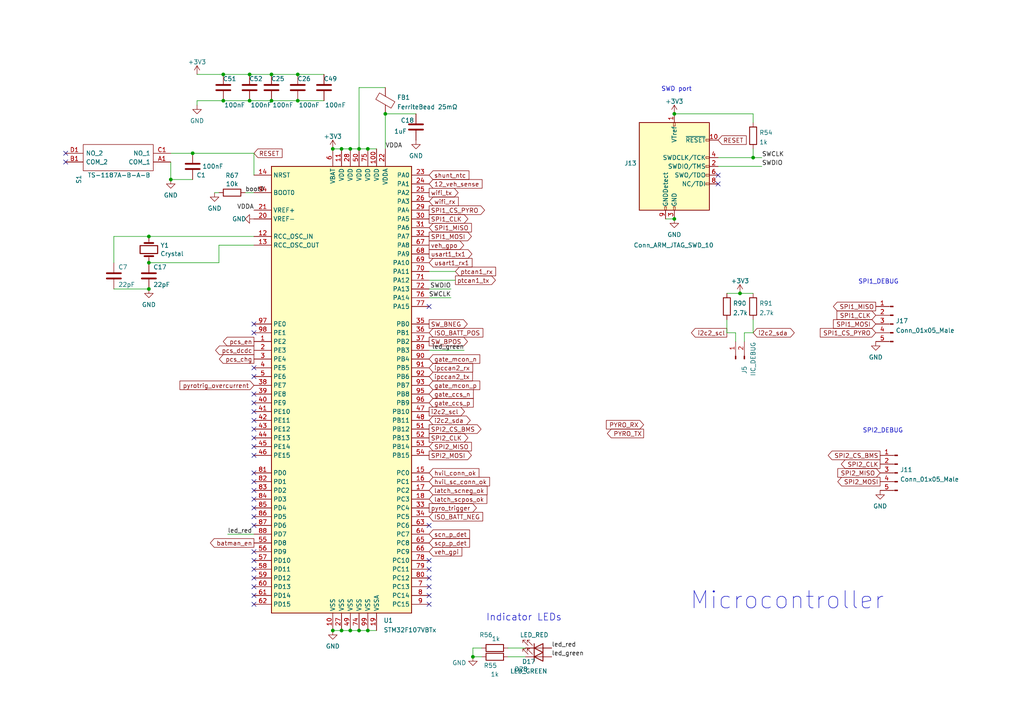
<source format=kicad_sch>
(kicad_sch (version 20230121) (generator eeschema)
  (paper "A4")
  (title_block (title "Tesla Model 3 Battery Controller") (date "2022-03-23") (rev "v0.3") (company "Wim Boone"))
  (lib_symbols
    (symbol "Connector:Conn_01x02_Male" (pin_names (offset 1.016) hide)
      (property "Reference" "J" (at 0 2.54 0))
      (property "Value" "Conn_01x02_Male" (at 0 -5.08 0))
      (symbol "Conn_01x02_Male_1_1"
        (polyline (pts (xy 1.27 -2.54) (xy 0.8636 -2.54)) (stroke (width 0.1524)))
        (polyline (pts (xy 1.27 0) (xy 0.8636 0)) (stroke (width 0.1524)))
        (rectangle (start 0.8636 -2.413) (end 0 -2.667) (stroke (width 0.1524)) (fill (type outline)))
        (rectangle (start 0.8636 0.127) (end 0 -0.127) (stroke (width 0.1524)) (fill (type outline)))
        (pin passive line (at 5.08 0 180) (length 3.81) (name "Pin_1") (number "1"))
        (pin passive line (at 5.08 -2.54 180) (length 3.81) (name "Pin_2") (number "2"))
      )
    )
    (symbol "Connector:Conn_01x05_Male" (pin_names (offset 1.016) hide)
      (property "Reference" "J" (at 0 7.62 0))
      (property "Value" "Conn_01x05_Male" (at 0 -7.62 0))
      (symbol "Conn_01x05_Male_1_1"
        (polyline (pts (xy 1.27 -5.08) (xy 0.8636 -5.08)) (stroke (width 0.1524)))
        (polyline (pts (xy 1.27 -2.54) (xy 0.8636 -2.54)) (stroke (width 0.1524)))
        (polyline (pts (xy 1.27 0) (xy 0.8636 0)) (stroke (width 0.1524)))
        (polyline (pts (xy 1.27 2.54) (xy 0.8636 2.54)) (stroke (width 0.1524)))
        (polyline (pts (xy 1.27 5.08) (xy 0.8636 5.08)) (stroke (width 0.1524)))
        (rectangle (start 0.8636 -4.953) (end 0 -5.207) (stroke (width 0.1524)) (fill (type outline)))
        (rectangle (start 0.8636 -2.413) (end 0 -2.667) (stroke (width 0.1524)) (fill (type outline)))
        (rectangle (start 0.8636 0.127) (end 0 -0.127) (stroke (width 0.1524)) (fill (type outline)))
        (rectangle (start 0.8636 2.667) (end 0 2.413) (stroke (width 0.1524)) (fill (type outline)))
        (rectangle (start 0.8636 5.207) (end 0 4.953) (stroke (width 0.1524)) (fill (type outline)))
        (pin passive line (at 5.08 5.08 180) (length 3.81) (name "Pin_1") (number "1"))
        (pin passive line (at 5.08 2.54 180) (length 3.81) (name "Pin_2") (number "2"))
        (pin passive line (at 5.08 0 180) (length 3.81) (name "Pin_3") (number "3"))
        (pin passive line (at 5.08 -2.54 180) (length 3.81) (name "Pin_4") (number "4"))
        (pin passive line (at 5.08 -5.08 180) (length 3.81) (name "Pin_5") (number "5"))
      )
    )
    (symbol "Connector:Conn_ARM_JTAG_SWD_10" (pin_names (offset 1.016))
      (property "Reference" "J" (at -2.54 16.51 0))
      (property "Value" "Conn_ARM_JTAG_SWD_10" (at -2.54 13.97 0))
      (symbol "Conn_ARM_JTAG_SWD_10_0_1"
        (rectangle (start -10.16 12.7) (end 10.16 -12.7) (stroke (width 0.254)) (fill (type background)))
        (rectangle (start -2.794 -12.7) (end -2.286 -11.684))
        (rectangle (start -0.254 -12.7) (end 0.254 -11.684))
        (rectangle (start -0.254 12.7) (end 0.254 11.684))
        (rectangle (start 9.144 2.286) (end 10.16 2.794))
        (rectangle (start 10.16 -2.794) (end 9.144 -2.286))
        (rectangle (start 10.16 -0.254) (end 9.144 0.254))
        (rectangle (start 10.16 7.874) (end 9.144 7.366))
      )
      (symbol "Conn_ARM_JTAG_SWD_10_1_1"
        (rectangle (start 9.144 -5.334) (end 10.16 -4.826))
        (pin power_in line (at 0 15.24 270) (length 2.54) (name "VTref") (number "1"))
        (pin open_collector line (at 12.7 7.62 180) (length 2.54) (name "~{RESET}") (number "10"))
        (pin bidirectional line (at 12.7 0 180) (length 2.54) (name "SWDIO/TMS") (number "2"))
        (pin power_in line (at 0 -15.24 90) (length 2.54) (name "GND") (number "3"))
        (pin output line (at 12.7 2.54 180) (length 2.54) (name "SWDCLK/TCK") (number "4"))
        (pin passive line (at 0 -15.24 90) (length 2.54) hide (name "GND") (number "5"))
        (pin input line (at 12.7 -2.54 180) (length 2.54) (name "SWO/TDO") (number "6"))
        (pin no_connect line (at -10.16 0 0) (length 2.54) hide (name "KEY") (number "7"))
        (pin output line (at 12.7 -5.08 180) (length 2.54) (name "NC/TDI") (number "8"))
        (pin passive line (at -2.54 -15.24 90) (length 2.54) (name "GNDDetect") (number "9"))
      )
    )
    (symbol "Device:C" (pin_numbers hide) (pin_names (offset 0.254))
      (property "Reference" "C" (at 0.635 2.54 0))
      (property "Value" "C" (at 0.635 -2.54 0))
      (symbol "C_0_1"
        (polyline (pts (xy -2.032 -0.762) (xy 2.032 -0.762)) (stroke (width 0.508)))
        (polyline (pts (xy -2.032 0.762) (xy 2.032 0.762)) (stroke (width 0.508)))
      )
      (symbol "C_1_1"
        (pin passive line (at 0 3.81 270) (length 2.794) (name "~") (number "1"))
        (pin passive line (at 0 -3.81 90) (length 2.794) (name "~") (number "2"))
      )
    )
    (symbol "Device:Crystal" (pin_numbers hide) (pin_names (offset 1.016) hide)
      (property "Reference" "Y" (at 0 3.81 0))
      (property "Value" "Crystal" (at 0 -3.81 0))
      (symbol "Crystal_0_1"
        (rectangle (start -1.143 2.54) (end 1.143 -2.54) (stroke (width 0.3048)))
        (polyline (pts (xy -2.54 0) (xy -1.905 0)))
        (polyline (pts (xy -1.905 -1.27) (xy -1.905 1.27)) (stroke (width 0.508)))
        (polyline (pts (xy 1.905 -1.27) (xy 1.905 1.27)) (stroke (width 0.508)))
        (polyline (pts (xy 2.54 0) (xy 1.905 0)))
      )
      (symbol "Crystal_1_1"
        (pin passive line (at -3.81 0 0) (length 1.27) (name "1") (number "1"))
        (pin passive line (at 3.81 0 180) (length 1.27) (name "2") (number "2"))
      )
    )
    (symbol "Device:FerriteBead" (pin_numbers hide) (pin_names (offset 0))
      (property "Reference" "FB" (at -3.81 0.635 90))
      (property "Value" "FerriteBead" (at 3.81 0 90))
      (symbol "FerriteBead_0_1"
        (polyline (pts (xy 0 -1.27) (xy 0 -1.2192)))
        (polyline (pts (xy 0 1.27) (xy 0 1.2954)))
        (polyline (pts (xy -2.7686 0.4064) (xy -1.7018 2.2606) (xy 2.7686 -0.3048) (xy 1.6764 -2.159) (xy -2.7686 0.4064)))
      )
      (symbol "FerriteBead_1_1"
        (pin passive line (at 0 3.81 270) (length 2.54) (name "~") (number "1"))
        (pin passive line (at 0 -3.81 90) (length 2.54) (name "~") (number "2"))
      )
    )
    (symbol "Device:LED" (pin_numbers hide) (pin_names (offset 1.016) hide)
      (property "Reference" "D" (at 0 2.54 0))
      (property "Value" "LED" (at 0 -2.54 0))
      (symbol "LED_0_1"
        (polyline (pts (xy -1.27 -1.27) (xy -1.27 1.27)) (stroke (width 0.254)))
        (polyline (pts (xy -1.27 0) (xy 1.27 0)))
        (polyline (pts (xy 1.27 -1.27) (xy 1.27 1.27) (xy -1.27 0) (xy 1.27 -1.27)) (stroke (width 0.254)))
        (polyline (pts (xy -3.048 -0.762) (xy -4.572 -2.286) (xy -3.81 -2.286) (xy -4.572 -2.286) (xy -4.572 -1.524)))
        (polyline (pts (xy -1.778 -0.762) (xy -3.302 -2.286) (xy -2.54 -2.286) (xy -3.302 -2.286) (xy -3.302 -1.524)))
      )
      (symbol "LED_1_1"
        (pin passive line (at -3.81 0 0) (length 2.54) (name "K") (number "1"))
        (pin passive line (at 3.81 0 180) (length 2.54) (name "A") (number "2"))
      )
    )
    (symbol "Device:R" (pin_numbers hide) (pin_names (offset 0))
      (property "Reference" "R" (at 2.032 0 90))
      (property "Value" "R" (at 0 0 90))
      (symbol "R_0_1"
        (rectangle (start -1.016 -2.54) (end 1.016 2.54) (stroke (width 0.254)))
      )
      (symbol "R_1_1"
        (pin passive line (at 0 3.81 270) (length 1.27) (name "~") (number "1"))
        (pin passive line (at 0 -3.81 90) (length 1.27) (name "~") (number "2"))
      )
    )
    (symbol "MCU_ST_STM32F1:STM32F107VBTx"
      (property "Reference" "U" (at -20.32 64.77 0))
      (property "Value" "STM32F107VBTx" (at 15.24 64.77 0))
      (symbol "STM32F107VBTx_0_1"
        (rectangle (start -20.32 -66.04) (end 20.32 63.5) (stroke (width 0.254)) (fill (type background)))
      )
      (symbol "STM32F107VBTx_1_1"
        (pin bidirectional line (at -25.4 12.7 0) (length 5.08) (name "PE2") (number "1"))
        (pin power_in line (at -2.54 -71.12 90) (length 5.08) (name "VSS") (number "10"))
        (pin power_in line (at 10.16 68.58 270) (length 5.08) (name "VDD") (number "100"))
        (pin power_in line (at 0 68.58 270) (length 5.08) (name "VDD") (number "11"))
        (pin input line (at -25.4 43.18 0) (length 5.08) (name "RCC_OSC_IN") (number "12"))
        (pin input line (at -25.4 40.64 0) (length 5.08) (name "RCC_OSC_OUT") (number "13"))
        (pin input line (at -25.4 60.96 0) (length 5.08) (name "NRST") (number "14"))
        (pin bidirectional line (at 25.4 -25.4 180) (length 5.08) (name "PC0") (number "15"))
        (pin bidirectional line (at 25.4 -27.94 180) (length 5.08) (name "PC1") (number "16"))
        (pin bidirectional line (at 25.4 -30.48 180) (length 5.08) (name "PC2") (number "17"))
        (pin bidirectional line (at 25.4 -33.02 180) (length 5.08) (name "PC3") (number "18"))
        (pin power_in line (at 10.16 -71.12 90) (length 5.08) (name "VSSA") (number "19"))
        (pin bidirectional line (at -25.4 10.16 0) (length 5.08) (name "PE3") (number "2"))
        (pin power_in line (at -25.4 48.26 0) (length 5.08) (name "VREF-") (number "20"))
        (pin power_in line (at -25.4 50.8 0) (length 5.08) (name "VREF+") (number "21"))
        (pin power_in line (at 12.7 68.58 270) (length 5.08) (name "VDDA") (number "22"))
        (pin bidirectional line (at 25.4 60.96 180) (length 5.08) (name "PA0") (number "23"))
        (pin bidirectional line (at 25.4 58.42 180) (length 5.08) (name "PA1") (number "24"))
        (pin bidirectional line (at 25.4 55.88 180) (length 5.08) (name "PA2") (number "25"))
        (pin bidirectional line (at 25.4 53.34 180) (length 5.08) (name "PA3") (number "26"))
        (pin power_in line (at 0 -71.12 90) (length 5.08) (name "VSS") (number "27"))
        (pin power_in line (at 2.54 68.58 270) (length 5.08) (name "VDD") (number "28"))
        (pin bidirectional line (at 25.4 50.8 180) (length 5.08) (name "PA4") (number "29"))
        (pin bidirectional line (at -25.4 7.62 0) (length 5.08) (name "PE4") (number "3"))
        (pin bidirectional line (at 25.4 48.26 180) (length 5.08) (name "PA5") (number "30"))
        (pin bidirectional line (at 25.4 45.72 180) (length 5.08) (name "PA6") (number "31"))
        (pin bidirectional line (at 25.4 43.18 180) (length 5.08) (name "PA7") (number "32"))
        (pin bidirectional line (at 25.4 -35.56 180) (length 5.08) (name "PC4") (number "33"))
        (pin bidirectional line (at 25.4 -38.1 180) (length 5.08) (name "PC5") (number "34"))
        (pin bidirectional line (at 25.4 17.78 180) (length 5.08) (name "PB0") (number "35"))
        (pin bidirectional line (at 25.4 15.24 180) (length 5.08) (name "PB1") (number "36"))
        (pin bidirectional line (at 25.4 12.7 180) (length 5.08) (name "PB2") (number "37"))
        (pin bidirectional line (at -25.4 0 0) (length 5.08) (name "PE7") (number "38"))
        (pin bidirectional line (at -25.4 -2.54 0) (length 5.08) (name "PE8") (number "39"))
        (pin bidirectional line (at -25.4 5.08 0) (length 5.08) (name "PE5") (number "4"))
        (pin bidirectional line (at -25.4 -5.08 0) (length 5.08) (name "PE9") (number "40"))
        (pin bidirectional line (at -25.4 -7.62 0) (length 5.08) (name "PE10") (number "41"))
        (pin bidirectional line (at -25.4 -10.16 0) (length 5.08) (name "PE11") (number "42"))
        (pin bidirectional line (at -25.4 -12.7 0) (length 5.08) (name "PE12") (number "43"))
        (pin bidirectional line (at -25.4 -15.24 0) (length 5.08) (name "PE13") (number "44"))
        (pin bidirectional line (at -25.4 -17.78 0) (length 5.08) (name "PE14") (number "45"))
        (pin bidirectional line (at -25.4 -20.32 0) (length 5.08) (name "PE15") (number "46"))
        (pin bidirectional line (at 25.4 -7.62 180) (length 5.08) (name "PB10") (number "47"))
        (pin bidirectional line (at 25.4 -10.16 180) (length 5.08) (name "PB11") (number "48"))
        (pin power_in line (at 2.54 -71.12 90) (length 5.08) (name "VSS") (number "49"))
        (pin bidirectional line (at -25.4 2.54 0) (length 5.08) (name "PE6") (number "5"))
        (pin power_in line (at 5.08 68.58 270) (length 5.08) (name "VDD") (number "50"))
        (pin bidirectional line (at 25.4 -12.7 180) (length 5.08) (name "PB12") (number "51"))
        (pin bidirectional line (at 25.4 -15.24 180) (length 5.08) (name "PB13") (number "52"))
        (pin bidirectional line (at 25.4 -17.78 180) (length 5.08) (name "PB14") (number "53"))
        (pin bidirectional line (at 25.4 -20.32 180) (length 5.08) (name "PB15") (number "54"))
        (pin bidirectional line (at -25.4 -45.72 0) (length 5.08) (name "PD8") (number "55"))
        (pin bidirectional line (at -25.4 -48.26 0) (length 5.08) (name "PD9") (number "56"))
        (pin bidirectional line (at -25.4 -50.8 0) (length 5.08) (name "PD10") (number "57"))
        (pin bidirectional line (at -25.4 -53.34 0) (length 5.08) (name "PD11") (number "58"))
        (pin bidirectional line (at -25.4 -55.88 0) (length 5.08) (name "PD12") (number "59"))
        (pin power_in line (at -2.54 68.58 270) (length 5.08) (name "VBAT") (number "6"))
        (pin bidirectional line (at -25.4 -58.42 0) (length 5.08) (name "PD13") (number "60"))
        (pin bidirectional line (at -25.4 -60.96 0) (length 5.08) (name "PD14") (number "61"))
        (pin bidirectional line (at -25.4 -63.5 0) (length 5.08) (name "PD15") (number "62"))
        (pin bidirectional line (at 25.4 -40.64 180) (length 5.08) (name "PC6") (number "63"))
        (pin bidirectional line (at 25.4 -43.18 180) (length 5.08) (name "PC7") (number "64"))
        (pin bidirectional line (at 25.4 -45.72 180) (length 5.08) (name "PC8") (number "65"))
        (pin bidirectional line (at 25.4 -48.26 180) (length 5.08) (name "PC9") (number "66"))
        (pin bidirectional line (at 25.4 40.64 180) (length 5.08) (name "PA8") (number "67"))
        (pin bidirectional line (at 25.4 38.1 180) (length 5.08) (name "PA9") (number "68"))
        (pin bidirectional line (at 25.4 35.56 180) (length 5.08) (name "PA10") (number "69"))
        (pin bidirectional line (at 25.4 -58.42 180) (length 5.08) (name "PC13") (number "7"))
        (pin bidirectional line (at 25.4 33.02 180) (length 5.08) (name "PA11") (number "70"))
        (pin bidirectional line (at 25.4 30.48 180) (length 5.08) (name "PA12") (number "71"))
        (pin bidirectional line (at 25.4 27.94 180) (length 5.08) (name "PA13") (number "72"))
        (pin no_connect line (at -20.32 -63.5 0) (length 5.08) hide (name "NC") (number "73"))
        (pin power_in line (at 5.08 -71.12 90) (length 5.08) (name "VSS") (number "74"))
        (pin power_in line (at 7.62 68.58 270) (length 5.08) (name "VDD") (number "75"))
        (pin bidirectional line (at 25.4 25.4 180) (length 5.08) (name "PA14") (number "76"))
        (pin bidirectional line (at 25.4 22.86 180) (length 5.08) (name "PA15") (number "77"))
        (pin bidirectional line (at 25.4 -50.8 180) (length 5.08) (name "PC10") (number "78"))
        (pin bidirectional line (at 25.4 -53.34 180) (length 5.08) (name "PC11") (number "79"))
        (pin bidirectional line (at 25.4 -60.96 180) (length 5.08) (name "PC14") (number "8"))
        (pin bidirectional line (at 25.4 -55.88 180) (length 5.08) (name "PC12") (number "80"))
        (pin bidirectional line (at -25.4 -25.4 0) (length 5.08) (name "PD0") (number "81"))
        (pin bidirectional line (at -25.4 -27.94 0) (length 5.08) (name "PD1") (number "82"))
        (pin bidirectional line (at -25.4 -30.48 0) (length 5.08) (name "PD2") (number "83"))
        (pin bidirectional line (at -25.4 -33.02 0) (length 5.08) (name "PD3") (number "84"))
        (pin bidirectional line (at -25.4 -35.56 0) (length 5.08) (name "PD4") (number "85"))
        (pin bidirectional line (at -25.4 -38.1 0) (length 5.08) (name "PD5") (number "86"))
        (pin bidirectional line (at -25.4 -40.64 0) (length 5.08) (name "PD6") (number "87"))
        (pin bidirectional line (at -25.4 -43.18 0) (length 5.08) (name "PD7") (number "88"))
        (pin bidirectional line (at 25.4 10.16 180) (length 5.08) (name "PB3") (number "89"))
        (pin bidirectional line (at 25.4 -63.5 180) (length 5.08) (name "PC15") (number "9"))
        (pin bidirectional line (at 25.4 7.62 180) (length 5.08) (name "PB4") (number "90"))
        (pin bidirectional line (at 25.4 5.08 180) (length 5.08) (name "PB5") (number "91"))
        (pin bidirectional line (at 25.4 2.54 180) (length 5.08) (name "PB6") (number "92"))
        (pin bidirectional line (at 25.4 0 180) (length 5.08) (name "PB7") (number "93"))
        (pin input line (at -25.4 55.88 0) (length 5.08) (name "BOOT0") (number "94"))
        (pin bidirectional line (at 25.4 -2.54 180) (length 5.08) (name "PB8") (number "95"))
        (pin bidirectional line (at 25.4 -5.08 180) (length 5.08) (name "PB9") (number "96"))
        (pin bidirectional line (at -25.4 17.78 0) (length 5.08) (name "PE0") (number "97"))
        (pin bidirectional line (at -25.4 15.24 0) (length 5.08) (name "PE1") (number "98"))
        (pin power_in line (at 7.62 -71.12 90) (length 5.08) (name "VSS") (number "99"))
      )
    )
    (symbol "SamacSys_Parts:TS-1187A-B-A-B" (pin_names (offset 0.762))
      (property "Reference" "S" (at 26.67 7.62 0))
      (property "Value" "TS-1187A-B-A-B" (at 26.67 5.08 0))
      (symbol "TS-1187A-B-A-B_0_0"
        (pin passive line (at 0 0 0) (length 5.08) (name "COM_1") (number "A1"))
        (pin passive line (at 30.48 0 180) (length 5.08) (name "COM_2") (number "B1"))
        (pin passive line (at 0 -2.54 0) (length 5.08) (name "NO_1") (number "C1"))
        (pin passive line (at 30.48 -2.54 180) (length 5.08) (name "NO_2") (number "D1"))
      )
      (symbol "TS-1187A-B-A-B_0_1"
        (polyline (pts (xy 5.08 2.54) (xy 25.4 2.54) (xy 25.4 -5.08) (xy 5.08 -5.08) (xy 5.08 2.54)) (stroke (width 0.1524)))
      )
    )
    (symbol "power:+3.3V" (power) (pin_names (offset 0))
      (property "Value" "+3.3V" (at 0 3.556 0))
      (symbol "+3.3V_0_1"
        (polyline (pts (xy -0.762 1.27) (xy 0 2.54)))
        (polyline (pts (xy 0 0) (xy 0 2.54)))
        (polyline (pts (xy 0 2.54) (xy 0.762 1.27)))
      )
      (symbol "+3.3V_1_1"
        (pin power_in line (at 0 0 90) (length 0) hide (name "+3V3") (number "1"))
      )
    )
    (symbol "power:+3V3" (power) (pin_names (offset 0))
      (property "Value" "+3V3" (at 0 3.556 0))
      (symbol "+3V3_0_1"
        (polyline (pts (xy -0.762 1.27) (xy 0 2.54)))
        (polyline (pts (xy 0 0) (xy 0 2.54)))
        (polyline (pts (xy 0 2.54) (xy 0.762 1.27)))
      )
      (symbol "+3V3_1_1"
        (pin power_in line (at 0 0 90) (length 0) hide (name "+3V3") (number "1"))
      )
    )
    (symbol "power:GND" (power) (pin_names (offset 0))
      (property "Value" "GND" (at 0 -3.81 0))
      (symbol "GND_0_1"
        (polyline (pts (xy 0 0) (xy 0 -1.27) (xy 1.27 -1.27) (xy 0 -2.54) (xy -1.27 -1.27) (xy 0 -1.27)))
      )
      (symbol "GND_1_1"
        (pin power_in line (at 0 0 270) (length 0) hide (name "GND") (number "1"))
      )
    )
  )
  (junction (at 55.88 44.45))
  (junction (at 96.52 43.18))
  (junction (at 104.14 182.88))
  (junction (at 214.63 85.09))
  (junction (at 137.16 190.5))
  (junction (at 106.68 43.18))
  (junction (at 195.58 63.5))
  (junction (at 111.76 33.02))
  (junction (at 99.06 182.88))
  (junction (at 49.53 52.07))
  (junction (at 64.77 21.59))
  (junction (at 64.77 29.21))
  (junction (at 86.36 29.21))
  (junction (at 195.58 33.02))
  (junction (at 43.18 68.58))
  (junction (at 43.18 76.2))
  (junction (at 86.36 21.59))
  (junction (at 106.68 182.88))
  (junction (at 96.52 182.88))
  (junction (at 99.06 43.18))
  (junction (at 78.74 29.21))
  (junction (at 101.6 43.18))
  (junction (at 78.74 21.59))
  (junction (at 72.39 29.21))
  (junction (at 101.6 182.88))
  (junction (at 72.39 21.59))
  (junction (at 104.14 43.18))
  (junction (at 218.44 45.72))
  (junction (at 43.18 83.82))
  (no_connect (at 19.05 46.99))
  (no_connect (at 208.28 53.34))
  (no_connect (at 124.46 175.26))
  (no_connect (at 124.46 170.18))
  (no_connect (at 124.46 172.72))
  (no_connect (at 208.28 50.8))
  (no_connect (at 124.46 88.9))
  (no_connect (at 124.46 167.64))
  (no_connect (at 124.46 162.56))
  (no_connect (at 124.46 165.1))
  (no_connect (at 73.66 165.1))
  (no_connect (at 73.66 167.64))
  (no_connect (at 73.66 170.18))
  (no_connect (at 73.66 172.72))
  (no_connect (at 73.66 175.26))
  (no_connect (at 73.66 160.02))
  (no_connect (at 73.66 162.56))
  (no_connect (at 73.66 152.4))
  (no_connect (at 73.66 139.7))
  (no_connect (at 73.66 142.24))
  (no_connect (at 73.66 144.78))
  (no_connect (at 73.66 147.32))
  (no_connect (at 73.66 149.86))
  (no_connect (at 73.66 109.22))
  (no_connect (at 73.66 106.68))
  (no_connect (at 73.66 96.52))
  (no_connect (at 73.66 93.98))
  (no_connect (at 73.66 137.16))
  (no_connect (at 73.66 132.08))
  (no_connect (at 73.66 129.54))
  (no_connect (at 73.66 127))
  (no_connect (at 73.66 114.3))
  (no_connect (at 73.66 124.46))
  (no_connect (at 73.66 121.92))
  (no_connect (at 73.66 119.38))
  (no_connect (at 73.66 116.84))
  (no_connect (at 124.46 152.4))
  (no_connect (at 19.05 44.45))
  (wire (pts (xy 33.02 76.2) (xy 33.02 68.58)))
  (wire (pts (xy 55.88 44.45) (xy 73.66 44.45)))
  (wire (pts (xy 218.44 45.72) (xy 220.98 45.72)))
  (wire (pts (xy 33.02 68.58) (xy 43.18 68.58)))
  (wire (pts (xy 208.28 48.26) (xy 220.98 48.26)))
  (wire (pts (xy 134.62 101.6) (xy 124.46 101.6)))
  (wire (pts (xy 218.44 43.18) (xy 218.44 45.72)))
  (wire (pts (xy 63.5 71.12) (xy 63.5 76.2)))
  (wire (pts (xy 99.06 43.18) (xy 101.6 43.18)))
  (wire (pts (xy 73.66 71.12) (xy 63.5 71.12)))
  (wire (pts (xy 214.63 85.09) (xy 218.44 85.09)))
  (wire (pts (xy 111.76 25.4) (xy 104.14 25.4)))
  (wire (pts (xy 64.77 29.21) (xy 72.39 29.21)))
  (wire (pts (xy 130.81 83.82) (xy 124.46 83.82)))
  (wire (pts (xy 78.74 21.59) (xy 86.36 21.59)))
  (wire (pts (xy 66.04 154.94) (xy 73.66 154.94)))
  (wire (pts (xy 78.74 29.21) (xy 86.36 29.21)))
  (wire (pts (xy 96.52 182.88) (xy 99.06 182.88)))
  (wire (pts (xy 208.28 45.72) (xy 218.44 45.72)))
  (wire (pts (xy 63.5 55.88) (xy 62.23 55.88)))
  (wire (pts (xy 106.68 182.88) (xy 109.22 182.88)))
  (wire (pts (xy 104.14 25.4) (xy 104.14 43.18)))
  (wire (pts (xy 215.9 96.52) (xy 218.44 96.52)))
  (wire (pts (xy 73.66 44.45) (xy 73.66 50.8)))
  (wire (pts (xy 71.12 55.88) (xy 73.66 55.88)))
  (wire (pts (xy 147.32 187.96) (xy 152.4 187.96)))
  (wire (pts (xy 132.08 81.28) (xy 124.46 81.28)))
  (wire (pts (xy 43.18 68.58) (xy 73.66 68.58)))
  (wire (pts (xy 218.44 33.02) (xy 195.58 33.02)))
  (wire (pts (xy 147.32 190.5) (xy 152.4 190.5)))
  (wire (pts (xy 57.15 29.21) (xy 57.15 30.48)))
  (wire (pts (xy 218.44 35.56) (xy 218.44 33.02)))
  (wire (pts (xy 132.08 78.74) (xy 124.46 78.74)))
  (wire (pts (xy 101.6 182.88) (xy 104.14 182.88)))
  (wire (pts (xy 104.14 43.18) (xy 106.68 43.18)))
  (wire (pts (xy 218.44 92.71) (xy 218.44 96.52)))
  (wire (pts (xy 99.06 182.88) (xy 101.6 182.88)))
  (wire (pts (xy 86.36 21.59) (xy 93.98 21.59)))
  (wire (pts (xy 33.02 83.82) (xy 43.18 83.82)))
  (wire (pts (xy 72.39 29.21) (xy 78.74 29.21)))
  (wire (pts (xy 72.39 21.59) (xy 78.74 21.59)))
  (wire (pts (xy 86.36 29.21) (xy 93.98 29.21)))
  (wire (pts (xy 137.16 190.5) (xy 139.7 190.5)))
  (wire (pts (xy 57.15 21.59) (xy 64.77 21.59)))
  (wire (pts (xy 101.6 43.18) (xy 104.14 43.18)))
  (wire (pts (xy 193.04 63.5) (xy 195.58 63.5)))
  (wire (pts (xy 120.65 33.02) (xy 111.76 33.02)))
  (wire (pts (xy 104.14 182.88) (xy 106.68 182.88)))
  (wire (pts (xy 210.82 92.71) (xy 210.82 96.52)))
  (wire (pts (xy 49.53 46.99) (xy 49.53 52.07)))
  (wire (pts (xy 213.36 96.52) (xy 210.82 96.52)))
  (wire (pts (xy 57.15 29.21) (xy 64.77 29.21)))
  (wire (pts (xy 130.81 86.36) (xy 124.46 86.36)))
  (wire (pts (xy 213.36 99.06) (xy 213.36 96.52)))
  (wire (pts (xy 137.16 190.5) (xy 137.16 187.96)))
  (wire (pts (xy 111.76 33.02) (xy 111.76 43.18)))
  (wire (pts (xy 96.52 43.18) (xy 99.06 43.18)))
  (wire (pts (xy 137.16 187.96) (xy 139.7 187.96)))
  (wire (pts (xy 106.68 43.18) (xy 109.22 43.18)))
  (wire (pts (xy 63.5 76.2) (xy 43.18 76.2)))
  (wire (pts (xy 49.53 52.07) (xy 55.88 52.07)))
  (wire (pts (xy 210.82 85.09) (xy 214.63 85.09)))
  (wire (pts (xy 215.9 99.06) (xy 215.9 96.52)))
  (wire (pts (xy 64.77 21.59) (xy 72.39 21.59)))
  (wire (pts (xy 49.53 44.45) (xy 55.88 44.45)))
  (text "SWD port" (at 191.77 26.67 0) (effects (font (size 1.27 1.27)) (justify left bottom)))
  (text "SPI2_DEBUG" (at 250.19 125.73 0) (effects (font (size 1.27 1.27)) (justify left bottom)))
  (text "Indicator LEDs" (at 140.97 180.34 0) (effects (font (size 2 2)) (justify left bottom)))
  (text "Microcontroller" (at 200.025 177.165 0) (effects (font (size 5 5)) (justify left bottom)))
  (text "SPI1_DEBUG" (at 248.92 82.55 0) (effects (font (size 1.27 1.27)) (justify left bottom)))
  (label "VDDA" (at 73.66 60.96 180))
  (label "boot0" (at 71.12 55.88 0))
  (label "SWCLK" (at 220.98 45.72 0))
  (label "led_green" (at 160.02 190.5 0))
  (label "SWDIO" (at 130.81 83.82 180))
  (label "led_red" (at 160.02 187.96 0))
  (label "led_green" (at 134.62 101.6 180))
  (label "led_red" (at 66.04 154.94 0))
  (label "VDDA" (at 111.76 43.18 0))
  (label "SWCLK" (at 130.81 86.36 180))
  (label "SWDIO" (at 220.98 48.26 0))
  (global_label "i2c2_scl" (shape output) (at 210.82 96.52 180) (property "Intersheetrefs" "${INTERSHEET_REFS}" (effects hide)))
  (global_label "ipccan2_tx" (shape input) (at 124.46 109.22 0) (property "Intersheetrefs" "${INTERSHEET_REFS}" (effects hide)))
  (global_label "SPI1_CS_PYRO" (shape output) (at 124.46 60.96 0) (property "Intersheetrefs" "${INTERSHEET_REFS}" (effects hide)))
  (global_label "SPI2_CS_BMS" (shape output) (at 124.46 124.46 0) (property "Intersheetrefs" "${INTERSHEET_REFS}" (effects hide)))
  (global_label "PYRO_TX" (shape output) (at 186.69 125.73 180) (property "Intersheetrefs" "${INTERSHEET_REFS}" (effects hide)))
  (global_label "hvil_sc_conn_ok" (shape input) (at 124.46 139.7 0) (property "Intersheetrefs" "${INTERSHEET_REFS}" (effects hide)))
  (global_label "SPI1_MISO" (shape output) (at 254 88.9 180) (property "Intersheetrefs" "${INTERSHEET_REFS}" (effects hide)))
  (global_label "RESET" (shape input) (at 73.66 44.45 0) (property "Intersheetrefs" "${INTERSHEET_REFS}" (effects hide)))
  (global_label "SPI1_CS_PYRO" (shape input) (at 254 96.52 180) (property "Intersheetrefs" "${INTERSHEET_REFS}" (effects hide)))
  (global_label "pcs_chg" (shape output) (at 73.66 104.14 180) (property "Intersheetrefs" "${INTERSHEET_REFS}" (effects hide)))
  (global_label "SW_BPOS" (shape output) (at 124.46 99.06 0) (property "Intersheetrefs" "${INTERSHEET_REFS}" (effects hide)))
  (global_label "batman_en" (shape output) (at 73.66 157.48 180) (property "Intersheetrefs" "${INTERSHEET_REFS}" (effects hide)))
  (global_label "ISO_BATT_POS" (shape input) (at 124.46 96.52 0) (property "Intersheetrefs" "${INTERSHEET_REFS}" (effects hide)))
  (global_label "gate_ccs_p" (shape input) (at 124.46 116.84 0) (property "Intersheetrefs" "${INTERSHEET_REFS}" (effects hide)))
  (global_label "gate_mcon_p" (shape input) (at 124.46 111.76 0) (property "Intersheetrefs" "${INTERSHEET_REFS}" (effects hide)))
  (global_label "SPI2_CS_BMS" (shape output) (at 255.27 132.08 180) (property "Intersheetrefs" "${INTERSHEET_REFS}" (effects hide)))
  (global_label "i2c2_sda" (shape bidirectional) (at 218.44 96.52 0) (property "Intersheetrefs" "${INTERSHEET_REFS}" (effects hide)))
  (global_label "SPI2_MOSI" (shape output) (at 124.46 132.08 0) (property "Intersheetrefs" "${INTERSHEET_REFS}" (effects hide)))
  (global_label "SPI2_CLK" (shape output) (at 124.46 127 0) (property "Intersheetrefs" "${INTERSHEET_REFS}" (effects hide)))
  (global_label "i2c2_sda" (shape bidirectional) (at 124.46 121.92 0) (property "Intersheetrefs" "${INTERSHEET_REFS}" (effects hide)))
  (global_label "wifi_rx" (shape input) (at 124.46 58.42 0) (property "Intersheetrefs" "${INTERSHEET_REFS}" (effects hide)))
  (global_label "SPI1_MISO" (shape input) (at 124.46 66.04 0) (property "Intersheetrefs" "${INTERSHEET_REFS}" (effects hide)))
  (global_label "latch_scpos_ok" (shape input) (at 124.46 144.78 0) (property "Intersheetrefs" "${INTERSHEET_REFS}" (effects hide)))
  (global_label "PYRO_RX" (shape input) (at 186.69 123.19 180) (property "Intersheetrefs" "${INTERSHEET_REFS}" (effects hide)))
  (global_label "pcs_dcdc" (shape output) (at 73.66 101.6 180) (property "Intersheetrefs" "${INTERSHEET_REFS}" (effects hide)))
  (global_label "SPI1_CLK" (shape output) (at 124.46 63.5 0) (property "Intersheetrefs" "${INTERSHEET_REFS}" (effects hide)))
  (global_label "hvil_conn_ok" (shape input) (at 124.46 137.16 0) (property "Intersheetrefs" "${INTERSHEET_REFS}" (effects hide)))
  (global_label "SPI1_CLK" (shape input) (at 254 91.44 180) (property "Intersheetrefs" "${INTERSHEET_REFS}" (effects hide)))
  (global_label "SW_BNEG" (shape output) (at 124.46 93.98 0) (property "Intersheetrefs" "${INTERSHEET_REFS}" (effects hide)))
  (global_label "ptcan1_tx" (shape output) (at 132.08 81.28 0) (property "Intersheetrefs" "${INTERSHEET_REFS}" (effects hide)))
  (global_label "ptcan1_rx" (shape input) (at 132.08 78.74 0) (property "Intersheetrefs" "${INTERSHEET_REFS}" (effects hide)))
  (global_label "SPI1_MOSI" (shape input) (at 254 93.98 180) (property "Intersheetrefs" "${INTERSHEET_REFS}" (effects hide)))
  (global_label "SPI2_MISO" (shape input) (at 255.27 137.16 180) (property "Intersheetrefs" "${INTERSHEET_REFS}" (effects hide)))
  (global_label "SPI2_MISO" (shape input) (at 124.46 129.54 0) (property "Intersheetrefs" "${INTERSHEET_REFS}" (effects hide)))
  (global_label "veh_gpi" (shape input) (at 124.46 160.02 0) (property "Intersheetrefs" "${INTERSHEET_REFS}" (effects hide)))
  (global_label "12_veh_sense" (shape input) (at 124.46 53.34 0) (property "Intersheetrefs" "${INTERSHEET_REFS}" (effects hide)))
  (global_label "latch_scneg_ok" (shape input) (at 124.46 142.24 0) (property "Intersheetrefs" "${INTERSHEET_REFS}" (effects hide)))
  (global_label "usart1_tx1" (shape output) (at 124.46 73.66 0) (property "Intersheetrefs" "${INTERSHEET_REFS}" (effects hide)))
  (global_label "gate_ccs_n" (shape input) (at 124.46 114.3 0) (property "Intersheetrefs" "${INTERSHEET_REFS}" (effects hide)))
  (global_label "scp_p_det" (shape input) (at 124.46 157.48 0) (property "Intersheetrefs" "${INTERSHEET_REFS}" (effects hide)))
  (global_label "shunt_ntc" (shape input) (at 124.46 50.8 0) (property "Intersheetrefs" "${INTERSHEET_REFS}" (effects hide)))
  (global_label "RESET" (shape input) (at 208.28 40.64 0) (property "Intersheetrefs" "${INTERSHEET_REFS}" (effects hide)))
  (global_label "SPI2_CLK" (shape output) (at 255.27 134.62 180) (property "Intersheetrefs" "${INTERSHEET_REFS}" (effects hide)))
  (global_label "ipccan2_rx" (shape input) (at 124.46 106.68 0) (property "Intersheetrefs" "${INTERSHEET_REFS}" (effects hide)))
  (global_label "scn_p_det" (shape input) (at 124.46 154.94 0) (property "Intersheetrefs" "${INTERSHEET_REFS}" (effects hide)))
  (global_label "SPI1_MOSI" (shape output) (at 124.46 68.58 0) (property "Intersheetrefs" "${INTERSHEET_REFS}" (effects hide)))
  (global_label "pcs_en" (shape output) (at 73.66 99.06 180) (property "Intersheetrefs" "${INTERSHEET_REFS}" (effects hide)))
  (global_label "gate_mcon_n" (shape input) (at 124.46 104.14 0) (property "Intersheetrefs" "${INTERSHEET_REFS}" (effects hide)))
  (global_label "usart1_rx1" (shape input) (at 124.46 76.2 0) (property "Intersheetrefs" "${INTERSHEET_REFS}" (effects hide)))
  (global_label "i2c2_scl" (shape output) (at 124.46 119.38 0) (property "Intersheetrefs" "${INTERSHEET_REFS}" (effects hide)))
  (global_label "ISO_BATT_NEG" (shape input) (at 124.46 149.86 0) (property "Intersheetrefs" "${INTERSHEET_REFS}" (effects hide)))
  (global_label "veh_gpo" (shape output) (at 124.46 71.12 0) (property "Intersheetrefs" "${INTERSHEET_REFS}" (effects hide)))
  (global_label "pyro_trigger" (shape output) (at 124.46 147.32 0) (property "Intersheetrefs" "${INTERSHEET_REFS}" (effects hide)))
  (global_label "pyrotrig_overcurrent" (shape input) (at 73.66 111.76 180) (property "Intersheetrefs" "${INTERSHEET_REFS}" (effects hide)))
  (global_label "wifi_tx" (shape output) (at 124.46 55.88 0) (property "Intersheetrefs" "${INTERSHEET_REFS}" (effects hide)))
  (global_label "SPI2_MOSI" (shape output) (at 255.27 139.7 180) (property "Intersheetrefs" "${INTERSHEET_REFS}" (effects hide)))
  (symbol (lib_id "power:+3.3V") (at 96.52 43.18 0) (unit 1)
    (property "Reference" "#PWR0272" (effects hide))
    (property "Value" "+3.3V" (at 96.52 39.5755 0))
  )
  (symbol (lib_id "Device:R") (at 143.51 187.96 270) (mirror x) (unit 1)
    (property "Reference" "R56" (at 140.97 184.15 90))
    (property "Value" "1k" (at 143.8275 185.293 90))
    (property "Footprint" "Resistor_SMD:R_0603_1608Metric" (effects hide))
    (property "LCSC Part" "C21190" (effects hide))
    (property "Description" "100mW Thick Film Resistors ±100ppm/℃ ±1% 1kΩ 0603  Chip Resistor - Surface Mount ROHS" (effects hide))
  )
  (symbol (lib_id "power:GND") (at 137.16 190.5 0) (mirror y) (unit 1)
    (property "Reference" "#PWR0172" (effects hide))
    (property "Value" "GND" (at 135.255 192.249 0) (effects (justify left)))
  )
  (symbol (lib_id "Connector:Conn_01x05_Male") (at 259.08 93.98 0) (mirror y) (unit 1) (in_bom no)
    (property "Reference" "J17" (at 259.7912 93.0715 0) (effects (justify right)))
    (property "Value" "Conn_01x05_Male" (at 259.7912 95.8466 0) (effects (justify right)))
    (property "Footprint" "Connector_PinHeader_1.27mm:PinHeader_1x05_P1.27mm_Vertical" (effects hide))
  )
  (symbol (lib_id "power:GND") (at 43.18 83.82 0) (unit 1)
    (property "Reference" "#PWR0251" (effects hide))
    (property "Value" "GND" (at 43.18 88.3824 0))
  )
  (symbol (lib_id "Device:C") (at 33.02 80.01 0) (unit 1)
    (property "Reference" "C7" (at 34.29 77.47 0) (effects (justify left)))
    (property "Value" "22pF" (at 34.29 82.55 0) (effects (justify left)))
    (property "Footprint" "Capacitor_SMD:C_0603_1608Metric" (effects hide))
    (property "LCSC Part" "C1653" (effects hide))
    (property "Description" "50V 22pF C0G ±5% 0603  Multilayer Ceramic Capacitors MLCC - SMD/SMT ROHS" (effects hide))
  )
  (symbol (lib_id "Device:R") (at 210.82 88.9 180) (unit 1)
    (property "Reference" "R90" (at 212.598 87.9915 0) (effects (justify right)))
    (property "Value" "2.7k" (at 212.598 90.7666 0) (effects (justify right)))
    (property "Footprint" "Resistor_SMD:R_0603_1608Metric" (effects hide))
    (property "LCSC Part" "C13167" (effects hide))
    (property "Description" "100mW Thick Film Resistors ±100ppm/℃ ±1% 2.7kΩ 0603  Chip Resistor - Surface Mount ROHS" (effects hide))
  )
  (symbol (lib_id "power:+3V3") (at 195.58 33.02 0) (unit 1)
    (property "Reference" "#PWR0250" (effects hide))
    (property "Value" "+3V3" (at 195.58 29.4155 0))
  )
  (symbol (lib_id "power:GND") (at 195.58 63.5 0) (unit 1)
    (property "Reference" "#PWR0249" (effects hide))
    (property "Value" "GND" (at 195.58 68.0624 0))
  )
  (symbol (lib_id "Device:FerriteBead") (at 111.76 29.21 0) (unit 1)
    (property "Reference" "FB1" (at 115.1636 28.2507 0) (effects (justify left)))
    (property "Value" "FerriteBead 25mΩ" (at 115.1636 31.0258 0) (effects (justify left)))
    (property "Footprint" "Inductor_SMD:L_0805_2012Metric_Pad1.05x1.20mm_HandSolder" (effects hide))
    (property "LCSC Part" "C840593" (effects hide))
    (property "Description" "3A 1 25mΩ ±25% 30Ω@100MHz 0805 Ferrite Beads ROHS" (effects hide))
  )
  (symbol (lib_id "Device:C") (at 78.74 25.4 180) (unit 1)
    (property "Reference" "C25" (at 82.55 22.86 0) (effects (justify left)))
    (property "Value" "100nF" (at 85.09 30.48 0) (effects (justify left)))
    (property "Footprint" "Capacitor_SMD:C_0603_1608Metric" (effects hide))
    (property "LCSC Part" "C14663" (effects hide))
    (property "Description" "50V 100nF X7R ±10% 0603  Multilayer Ceramic Capacitors MLCC - SMD/SMT ROHS" (effects hide))
  )
  (symbol (lib_id "Device:LED") (at 156.21 187.96 0) (mirror x) (unit 1)
    (property "Reference" "D28" (at 151.13 194.0749 0))
    (property "Value" "LED_RED" (at 154.94 184.15 0))
    (property "Footprint" "LED_SMD:LED_0805_2012Metric_Pad1.15x1.40mm_HandSolder" (effects hide))
    (property "LCSC Part" "C84256" (effects hide))
  )
  (symbol (lib_id "power:+3V3") (at 57.15 21.59 0) (unit 1)
    (property "Reference" "#PWR0164" (effects hide))
    (property "Value" "+3V3" (at 57.15 17.9855 0))
  )
  (symbol (lib_id "Device:R") (at 218.44 39.37 180) (unit 1)
    (property "Reference" "R54" (at 220.218 38.4615 0) (effects (justify right)))
    (property "Value" "1k" (at 220.218 41.2366 0) (effects (justify right)))
    (property "Footprint" "Resistor_SMD:R_0603_1608Metric" (effects hide))
    (property "LCSC Part" "C21190" (effects hide))
    (property "Description" "100mW Thick Film Resistors ±100ppm/℃ ±1% 1kΩ 0603  Chip Resistor - Surface Mount ROHS" (effects hide))
  )
  (symbol (lib_id "Device:R") (at 218.44 88.9 180) (unit 1)
    (property "Reference" "R91" (at 220.218 87.9915 0) (effects (justify right)))
    (property "Value" "2.7k" (at 220.218 90.7666 0) (effects (justify right)))
    (property "Footprint" "Resistor_SMD:R_0603_1608Metric" (effects hide))
    (property "LCSC Part" "C13167" (effects hide))
    (property "Description" "100mW Thick Film Resistors ±100ppm/℃ ±1% 2.7kΩ 0603  Chip Resistor - Surface Mount ROHS" (effects hide))
  )
  (symbol (lib_id "Device:C") (at 43.18 80.01 0) (unit 1)
    (property "Reference" "C17" (at 44.45 77.47 0) (effects (justify left)))
    (property "Value" "22pF" (at 44.45 82.55 0) (effects (justify left)))
    (property "Footprint" "Capacitor_SMD:C_0603_1608Metric" (effects hide))
    (property "LCSC Part" "C1653" (effects hide))
    (property "Description" "50V 22pF C0G ±5% 0603  Multilayer Ceramic Capacitors MLCC - SMD/SMT ROHS" (effects hide))
  )
  (symbol (lib_id "power:GND") (at 57.15 30.48 0) (unit 1)
    (property "Reference" "#PWR0169" (effects hide))
    (property "Value" "GND" (at 57.15 35.0424 0))
  )
  (symbol (lib_id "Connector:Conn_01x05_Male") (at 260.35 137.16 0) (mirror y) (unit 1) (in_bom no)
    (property "Reference" "J11" (at 261.0612 136.2515 0) (effects (justify right)))
    (property "Value" "Conn_01x05_Male" (at 261.0612 139.0266 0) (effects (justify right)))
    (property "Footprint" "Connector_PinHeader_1.27mm:PinHeader_1x05_P1.27mm_Vertical" (effects hide))
  )
  (symbol (lib_id "Device:C") (at 72.39 25.4 180) (unit 1)
    (property "Reference" "C52" (at 76.2 22.86 0) (effects (justify left)))
    (property "Value" "100nF" (at 78.74 30.48 0) (effects (justify left)))
    (property "Footprint" "Capacitor_SMD:C_0603_1608Metric" (effects hide))
    (property "LCSC Part" "C14663" (effects hide))
    (property "Description" "50V 100nF X7R ±10% 0603  Multilayer Ceramic Capacitors MLCC - SMD/SMT ROHS" (effects hide))
  )
  (symbol (lib_id "Device:C") (at 55.88 48.26 180) (unit 1)
    (property "Reference" "C1" (at 59.69 50.8 0) (effects (justify left)))
    (property "Value" "100nF" (at 64.77 48.26 0) (effects (justify left)))
    (property "Footprint" "Capacitor_SMD:C_0603_1608Metric" (effects hide))
    (property "LCSC Part" "C14663" (effects hide))
    (property "Description" "50V 100nF X7R ±10% 0603  Multilayer Ceramic Capacitors MLCC - SMD/SMT ROHS" (effects hide))
  )
  (symbol (lib_id "MCU_ST_STM32F1:STM32F107VBTx") (at 99.06 111.76 0) (unit 1)
    (property "Reference" "U1" (at 111.2394 179.9495 0) (effects (justify left)))
    (property "Value" "STM32F107VBTx" (at 111.2394 182.7246 0) (effects (justify left)))
    (property "Footprint" "Package_QFP:LQFP-100_14x14mm_P0.5mm" (effects hide))
    (property "Datasheet" "http://www.st.com/st-web-ui/static/active/en/resource/technical/document/datasheet/CD00220364.pdf" (effects hide))
  )
  (symbol (lib_id "power:GND") (at 254 99.06 0) (unit 1)
    (property "Reference" "#PWR0105" (effects hide))
    (property "Value" "GND" (at 254 103.6225 0))
  )
  (symbol (lib_id "power:GND") (at 96.52 182.88 0) (unit 1)
    (property "Reference" "#PWR0270" (effects hide))
    (property "Value" "GND" (at 96.52 187.4425 0))
  )
  (symbol (lib_id "Device:Crystal") (at 43.18 72.39 90) (unit 1)
    (property "Reference" "Y1" (at 46.5074 71.1779 90) (effects (justify right)))
    (property "Value" "Crystal" (at 46.5074 73.6021 90) (effects (justify right)))
    (property "Footprint" "Crystal:Crystal_SMD_5032-2Pin_5.0x3.2mm" (effects hide))
    (property "LCSC Part" "C115962" (effects hide))
    (property "Description" "8MHz 20pF ±10ppm SMD5032-2P  Crystals ROHS" (effects hide))
    (instances (project "hv_controller" (path "" (reference "Y1") (unit 1))) (project "SMAN_controller" (path "" (reference "Y2") (unit 1))))
  )
  (symbol (lib_id "Connector:Conn_ARM_JTAG_SWD_10") (at 195.58 48.26 0) (unit 1)
    (property "Reference" "J13" (at 184.658 47.3515 0) (effects (justify right)))
    (property "Value" "Conn_ARM_JTAG_SWD_10" (at 207.01 71.12 0) (effects (justify right)))
    (property "Footprint" "Connector_PinHeader_1.27mm:PinHeader_2x05_P1.27mm_JTAG_SMD" (effects hide))
    (property "Datasheet" "http://infocenter.arm.com/help/topic/com.arm.doc.ddi0314h/DDI0314H_coresight_components_trm.pdf" (effects hide))
  )
  (symbol (lib_id "power:GND") (at 255.27 142.24 0) (unit 1)
    (property "Reference" "#PWR0107" (effects hide))
    (property "Value" "GND" (at 255.27 146.8025 0))
  )
  (symbol (lib_id "SamacSys_Parts:TS-1187A-B-A-B") (at 49.53 46.99 180) (unit 1)
    (property "Reference" "S1" (at 22.86 53.34 90) (effects (justify right)))
    (property "Value" "TS-1187A-B-A-B" (at 25.4 50.8 0) (effects (justify right)))
    (property "Footprint" "TS1187ABAB" (effects hide))
    (property "Datasheet" "http://www.helloxkb.com/public/images/pdf/TS-1187A-B-A-B-.pdf" (effects hide))
    (property "Description" "Tactile Switches SPST 5.10mm x 5.10mm 0.40mm 50mA @ 12VDC SMD RoHS" (effects hide))
    (property "Height" "4.05" (effects hide))
    (property "Manufacturer_Name" "XKB Connectivity" (effects hide))
    (property "Manufacturer_Part_Number" "TS-1187A-B-A-B" (effects hide))
    (property "LCSC Part" "C318884" (effects hide))
  )
  (symbol (lib_id "Device:R") (at 143.51 190.5 270) (mirror x) (unit 1)
    (property "Reference" "R55" (at 142.24 193.04 90))
    (property "Value" "1k" (at 143.51 195.58 90))
    (property "Footprint" "Resistor_SMD:R_0603_1608Metric" (effects hide))
    (property "LCSC Part" "C21190" (effects hide))
    (property "Description" "100mW Thick Film Resistors ±100ppm/℃ ±1% 1kΩ 0603  Chip Resistor - Surface Mount ROHS" (effects hide))
  )
  (symbol (lib_id "Device:R") (at 67.31 55.88 270) (unit 1)
    (property "Reference" "R67" (at 67.31 50.8975 90))
    (property "Value" "10k" (at 67.31 53.34 90))
    (property "Footprint" "Resistor_SMD:R_0603_1608Metric" (effects hide))
    (property "LCSC Part" "C25804" (effects hide))
    (property "Description" "100mW Thick Film Resistors ±100ppm/℃ ±1% 10kΩ 0603  Chip Resistor - Surface Mount ROHS" (effects hide))
  )
  (symbol (lib_id "Device:C") (at 86.36 25.4 180) (unit 1)
    (property "Reference" "C26" (at 90.17 22.86 0) (effects (justify left)))
    (property "Value" "100nF" (at 92.71 30.48 0) (effects (justify left)))
    (property "Footprint" "Capacitor_SMD:C_0603_1608Metric" (effects hide))
    (property "LCSC Part" "C14663" (effects hide))
    (property "Description" "50V 100nF X7R ±10% 0603  Multilayer Ceramic Capacitors MLCC - SMD/SMT ROHS" (effects hide))
  )
  (symbol (lib_id "power:+3V3") (at 214.63 85.09 0) (unit 1)
    (property "Reference" "#PWR0187" (effects hide))
    (property "Value" "+3V3" (at 214.63 81.4855 0))
  )
  (symbol (lib_id "Connector:Conn_01x02_Male") (at 213.36 104.14 90) (unit 1) (in_bom no)
    (property "Reference" "J5" (at 215.9 107.315 0))
    (property "Value" "IIC_DEBUG" (at 218.44 104.14 0))
    (property "Footprint" "TestPoint:TestPoint_2Pads_Pitch2.54mm_Drill0.8mm" (effects hide))
  )
  (symbol (lib_id "power:GND") (at 73.66 63.5 270) (unit 1)
    (property "Reference" "#PWR0269" (effects hide))
    (property "Value" "GND" (at 67.31 63.5 90) (effects (justify left)))
  )
  (symbol (lib_id "Device:C") (at 93.98 25.4 180) (unit 1)
    (property "Reference" "C49" (at 97.79 22.86 0) (effects (justify left)))
    (property "Value" "100nF" (at 100.33 30.48 0) (effects (justify left)))
    (property "Footprint" "Capacitor_SMD:C_0603_1608Metric" (effects hide))
    (property "LCSC Part" "C14663" (effects hide))
    (property "Description" "50V 100nF X7R ±10% 0603  Multilayer Ceramic Capacitors MLCC - SMD/SMT ROHS" (effects hide))
  )
  (symbol (lib_id "power:GND") (at 120.65 40.64 0) (unit 1)
    (property "Reference" "#PWR0271" (effects hide))
    (property "Value" "GND" (at 120.65 45.2024 0))
  )
  (symbol (lib_id "Device:C") (at 120.65 36.83 0) (unit 1)
    (property "Reference" "C18" (at 116.205 34.925 0) (effects (justify left)))
    (property "Value" "1uF" (at 114.3 38.1 0) (effects (justify left)))
    (property "Footprint" "Capacitor_SMD:C_0603_1608Metric" (effects hide))
    (property "LCSC Part" "C15849" (effects hide))
    (property "Description" "50V 1uF X5R ±10% 0603  Multilayer Ceramic Capacitors MLCC - SMD/SMT ROHS" (effects hide))
  )
  (symbol (lib_id "Device:LED") (at 156.21 190.5 0) (mirror x) (unit 1)
    (property "Reference" "D17" (at 153.3525 191.897 0))
    (property "Value" "LED_GREEN" (at 153.3525 194.6721 0))
    (property "Footprint" "LED_SMD:LED_0603_1608Metric_Pad1.05x0.95mm_HandSolder" (effects hide))
    (property "LCSC Part" "C72043" (effects hide))
    (property "Description" "20mA 285mcd 3.3V 518nm Colorless transparence -40℃~+85℃ 520nm~535nm Emerald 120° 110mW 0603" (effects hide))
  )
  (symbol (lib_id "Device:C") (at 64.77 25.4 180) (unit 1)
    (property "Reference" "C51" (at 68.58 22.86 0) (effects (justify left)))
    (property "Value" "100nF" (at 71.12 30.48 0) (effects (justify left)))
    (property "Footprint" "Capacitor_SMD:C_0603_1608Metric" (effects hide))
    (property "LCSC Part" "C14663" (effects hide))
    (property "Description" "50V 100nF X7R ±10% 0603  Multilayer Ceramic Capacitors MLCC - SMD/SMT ROHS" (effects hide))
  )
  (symbol (lib_id "power:GND") (at 49.53 52.07 0) (unit 1)
    (property "Reference" "#PWR0115" (effects hide))
    (property "Value" "GND" (at 49.53 56.6324 0))
  )
  (symbol (lib_id "power:GND") (at 62.23 55.88 0) (unit 1)
    (property "Reference" "#PWR0108" (effects hide))
    (property "Value" "GND" (at 62.23 60.4424 0))
  )
)
</source>
